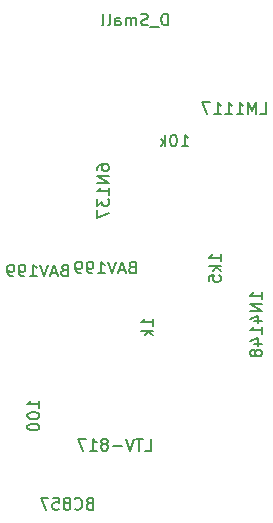
<source format=gbr>
G04 #@! TF.FileFunction,Other,Fab,Bot*
%FSLAX46Y46*%
G04 Gerber Fmt 4.6, Leading zero omitted, Abs format (unit mm)*
G04 Created by KiCad (PCBNEW (2015-08-02 BZR 6038)-product) date 2015 November 19, Thursday 21:17:08*
%MOMM*%
G01*
G04 APERTURE LIST*
%ADD10C,0.100000*%
%ADD11C,0.150000*%
G04 APERTURE END LIST*
D10*
D11*
X189607142Y-121928571D02*
X189464285Y-121976190D01*
X189416666Y-122023810D01*
X189369047Y-122119048D01*
X189369047Y-122261905D01*
X189416666Y-122357143D01*
X189464285Y-122404762D01*
X189559523Y-122452381D01*
X189940476Y-122452381D01*
X189940476Y-121452381D01*
X189607142Y-121452381D01*
X189511904Y-121500000D01*
X189464285Y-121547619D01*
X189416666Y-121642857D01*
X189416666Y-121738095D01*
X189464285Y-121833333D01*
X189511904Y-121880952D01*
X189607142Y-121928571D01*
X189940476Y-121928571D01*
X188369047Y-122357143D02*
X188416666Y-122404762D01*
X188559523Y-122452381D01*
X188654761Y-122452381D01*
X188797619Y-122404762D01*
X188892857Y-122309524D01*
X188940476Y-122214286D01*
X188988095Y-122023810D01*
X188988095Y-121880952D01*
X188940476Y-121690476D01*
X188892857Y-121595238D01*
X188797619Y-121500000D01*
X188654761Y-121452381D01*
X188559523Y-121452381D01*
X188416666Y-121500000D01*
X188369047Y-121547619D01*
X187797619Y-121880952D02*
X187892857Y-121833333D01*
X187940476Y-121785714D01*
X187988095Y-121690476D01*
X187988095Y-121642857D01*
X187940476Y-121547619D01*
X187892857Y-121500000D01*
X187797619Y-121452381D01*
X187607142Y-121452381D01*
X187511904Y-121500000D01*
X187464285Y-121547619D01*
X187416666Y-121642857D01*
X187416666Y-121690476D01*
X187464285Y-121785714D01*
X187511904Y-121833333D01*
X187607142Y-121880952D01*
X187797619Y-121880952D01*
X187892857Y-121928571D01*
X187940476Y-121976190D01*
X187988095Y-122071429D01*
X187988095Y-122261905D01*
X187940476Y-122357143D01*
X187892857Y-122404762D01*
X187797619Y-122452381D01*
X187607142Y-122452381D01*
X187511904Y-122404762D01*
X187464285Y-122357143D01*
X187416666Y-122261905D01*
X187416666Y-122071429D01*
X187464285Y-121976190D01*
X187511904Y-121928571D01*
X187607142Y-121880952D01*
X186511904Y-121452381D02*
X186988095Y-121452381D01*
X187035714Y-121928571D01*
X186988095Y-121880952D01*
X186892857Y-121833333D01*
X186654761Y-121833333D01*
X186559523Y-121880952D01*
X186511904Y-121928571D01*
X186464285Y-122023810D01*
X186464285Y-122261905D01*
X186511904Y-122357143D01*
X186559523Y-122404762D01*
X186654761Y-122452381D01*
X186892857Y-122452381D01*
X186988095Y-122404762D01*
X187035714Y-122357143D01*
X186130952Y-121452381D02*
X185464285Y-121452381D01*
X185892857Y-122452381D01*
X185352381Y-113833334D02*
X185352381Y-113261905D01*
X185352381Y-113547619D02*
X184352381Y-113547619D01*
X184495238Y-113452381D01*
X184590476Y-113357143D01*
X184638095Y-113261905D01*
X184352381Y-114452381D02*
X184352381Y-114547620D01*
X184400000Y-114642858D01*
X184447619Y-114690477D01*
X184542857Y-114738096D01*
X184733333Y-114785715D01*
X184971429Y-114785715D01*
X185161905Y-114738096D01*
X185257143Y-114690477D01*
X185304762Y-114642858D01*
X185352381Y-114547620D01*
X185352381Y-114452381D01*
X185304762Y-114357143D01*
X185257143Y-114309524D01*
X185161905Y-114261905D01*
X184971429Y-114214286D01*
X184733333Y-114214286D01*
X184542857Y-114261905D01*
X184447619Y-114309524D01*
X184400000Y-114357143D01*
X184352381Y-114452381D01*
X184352381Y-115404762D02*
X184352381Y-115500001D01*
X184400000Y-115595239D01*
X184447619Y-115642858D01*
X184542857Y-115690477D01*
X184733333Y-115738096D01*
X184971429Y-115738096D01*
X185161905Y-115690477D01*
X185257143Y-115642858D01*
X185304762Y-115595239D01*
X185352381Y-115500001D01*
X185352381Y-115404762D01*
X185304762Y-115309524D01*
X185257143Y-115261905D01*
X185161905Y-115214286D01*
X184971429Y-115166667D01*
X184733333Y-115166667D01*
X184542857Y-115214286D01*
X184447619Y-115261905D01*
X184400000Y-115309524D01*
X184352381Y-115404762D01*
X200702381Y-101404762D02*
X200702381Y-100833333D01*
X200702381Y-101119047D02*
X199702381Y-101119047D01*
X199845238Y-101023809D01*
X199940476Y-100928571D01*
X199988095Y-100833333D01*
X200702381Y-101833333D02*
X199702381Y-101833333D01*
X200321429Y-101928571D02*
X200702381Y-102214286D01*
X200035714Y-102214286D02*
X200416667Y-101833333D01*
X199702381Y-103119048D02*
X199702381Y-102642857D01*
X200178571Y-102595238D01*
X200130952Y-102642857D01*
X200083333Y-102738095D01*
X200083333Y-102976191D01*
X200130952Y-103071429D01*
X200178571Y-103119048D01*
X200273810Y-103166667D01*
X200511905Y-103166667D01*
X200607143Y-103119048D01*
X200654762Y-103071429D01*
X200702381Y-102976191D01*
X200702381Y-102738095D01*
X200654762Y-102642857D01*
X200607143Y-102595238D01*
X194952381Y-106880953D02*
X194952381Y-106309524D01*
X194952381Y-106595238D02*
X193952381Y-106595238D01*
X194095238Y-106500000D01*
X194190476Y-106404762D01*
X194238095Y-106309524D01*
X194952381Y-107309524D02*
X193952381Y-107309524D01*
X194571429Y-107404762D02*
X194952381Y-107690477D01*
X194285714Y-107690477D02*
X194666667Y-107309524D01*
X197395238Y-91702381D02*
X197966667Y-91702381D01*
X197680953Y-91702381D02*
X197680953Y-90702381D01*
X197776191Y-90845238D01*
X197871429Y-90940476D01*
X197966667Y-90988095D01*
X196776191Y-90702381D02*
X196680952Y-90702381D01*
X196585714Y-90750000D01*
X196538095Y-90797619D01*
X196490476Y-90892857D01*
X196442857Y-91083333D01*
X196442857Y-91321429D01*
X196490476Y-91511905D01*
X196538095Y-91607143D01*
X196585714Y-91654762D01*
X196680952Y-91702381D01*
X196776191Y-91702381D01*
X196871429Y-91654762D01*
X196919048Y-91607143D01*
X196966667Y-91511905D01*
X197014286Y-91321429D01*
X197014286Y-91083333D01*
X196966667Y-90892857D01*
X196919048Y-90797619D01*
X196871429Y-90750000D01*
X196776191Y-90702381D01*
X196014286Y-91702381D02*
X196014286Y-90702381D01*
X195919048Y-91321429D02*
X195633333Y-91702381D01*
X195633333Y-91035714D02*
X196014286Y-91416667D01*
X190252381Y-93688096D02*
X190252381Y-93497619D01*
X190300000Y-93402381D01*
X190347619Y-93354762D01*
X190490476Y-93259524D01*
X190680952Y-93211905D01*
X191061905Y-93211905D01*
X191157143Y-93259524D01*
X191204762Y-93307143D01*
X191252381Y-93402381D01*
X191252381Y-93592858D01*
X191204762Y-93688096D01*
X191157143Y-93735715D01*
X191061905Y-93783334D01*
X190823810Y-93783334D01*
X190728571Y-93735715D01*
X190680952Y-93688096D01*
X190633333Y-93592858D01*
X190633333Y-93402381D01*
X190680952Y-93307143D01*
X190728571Y-93259524D01*
X190823810Y-93211905D01*
X191252381Y-94211905D02*
X190252381Y-94211905D01*
X191252381Y-94783334D01*
X190252381Y-94783334D01*
X191252381Y-95783334D02*
X191252381Y-95211905D01*
X191252381Y-95497619D02*
X190252381Y-95497619D01*
X190395238Y-95402381D01*
X190490476Y-95307143D01*
X190538095Y-95211905D01*
X190252381Y-96116667D02*
X190252381Y-96735715D01*
X190633333Y-96402381D01*
X190633333Y-96545239D01*
X190680952Y-96640477D01*
X190728571Y-96688096D01*
X190823810Y-96735715D01*
X191061905Y-96735715D01*
X191157143Y-96688096D01*
X191204762Y-96640477D01*
X191252381Y-96545239D01*
X191252381Y-96259524D01*
X191204762Y-96164286D01*
X191157143Y-96116667D01*
X190252381Y-97069048D02*
X190252381Y-97735715D01*
X191252381Y-97307143D01*
X187464285Y-102178571D02*
X187321428Y-102226190D01*
X187273809Y-102273810D01*
X187226190Y-102369048D01*
X187226190Y-102511905D01*
X187273809Y-102607143D01*
X187321428Y-102654762D01*
X187416666Y-102702381D01*
X187797619Y-102702381D01*
X187797619Y-101702381D01*
X187464285Y-101702381D01*
X187369047Y-101750000D01*
X187321428Y-101797619D01*
X187273809Y-101892857D01*
X187273809Y-101988095D01*
X187321428Y-102083333D01*
X187369047Y-102130952D01*
X187464285Y-102178571D01*
X187797619Y-102178571D01*
X186845238Y-102416667D02*
X186369047Y-102416667D01*
X186940476Y-102702381D02*
X186607143Y-101702381D01*
X186273809Y-102702381D01*
X186083333Y-101702381D02*
X185750000Y-102702381D01*
X185416666Y-101702381D01*
X184559523Y-102702381D02*
X185130952Y-102702381D01*
X184845238Y-102702381D02*
X184845238Y-101702381D01*
X184940476Y-101845238D01*
X185035714Y-101940476D01*
X185130952Y-101988095D01*
X184083333Y-102702381D02*
X183892857Y-102702381D01*
X183797618Y-102654762D01*
X183749999Y-102607143D01*
X183654761Y-102464286D01*
X183607142Y-102273810D01*
X183607142Y-101892857D01*
X183654761Y-101797619D01*
X183702380Y-101750000D01*
X183797618Y-101702381D01*
X183988095Y-101702381D01*
X184083333Y-101750000D01*
X184130952Y-101797619D01*
X184178571Y-101892857D01*
X184178571Y-102130952D01*
X184130952Y-102226190D01*
X184083333Y-102273810D01*
X183988095Y-102321429D01*
X183797618Y-102321429D01*
X183702380Y-102273810D01*
X183654761Y-102226190D01*
X183607142Y-102130952D01*
X183130952Y-102702381D02*
X182940476Y-102702381D01*
X182845237Y-102654762D01*
X182797618Y-102607143D01*
X182702380Y-102464286D01*
X182654761Y-102273810D01*
X182654761Y-101892857D01*
X182702380Y-101797619D01*
X182749999Y-101750000D01*
X182845237Y-101702381D01*
X183035714Y-101702381D01*
X183130952Y-101750000D01*
X183178571Y-101797619D01*
X183226190Y-101892857D01*
X183226190Y-102130952D01*
X183178571Y-102226190D01*
X183130952Y-102273810D01*
X183035714Y-102321429D01*
X182845237Y-102321429D01*
X182749999Y-102273810D01*
X182702380Y-102226190D01*
X182654761Y-102130952D01*
X193214285Y-101928571D02*
X193071428Y-101976190D01*
X193023809Y-102023810D01*
X192976190Y-102119048D01*
X192976190Y-102261905D01*
X193023809Y-102357143D01*
X193071428Y-102404762D01*
X193166666Y-102452381D01*
X193547619Y-102452381D01*
X193547619Y-101452381D01*
X193214285Y-101452381D01*
X193119047Y-101500000D01*
X193071428Y-101547619D01*
X193023809Y-101642857D01*
X193023809Y-101738095D01*
X193071428Y-101833333D01*
X193119047Y-101880952D01*
X193214285Y-101928571D01*
X193547619Y-101928571D01*
X192595238Y-102166667D02*
X192119047Y-102166667D01*
X192690476Y-102452381D02*
X192357143Y-101452381D01*
X192023809Y-102452381D01*
X191833333Y-101452381D02*
X191500000Y-102452381D01*
X191166666Y-101452381D01*
X190309523Y-102452381D02*
X190880952Y-102452381D01*
X190595238Y-102452381D02*
X190595238Y-101452381D01*
X190690476Y-101595238D01*
X190785714Y-101690476D01*
X190880952Y-101738095D01*
X189833333Y-102452381D02*
X189642857Y-102452381D01*
X189547618Y-102404762D01*
X189499999Y-102357143D01*
X189404761Y-102214286D01*
X189357142Y-102023810D01*
X189357142Y-101642857D01*
X189404761Y-101547619D01*
X189452380Y-101500000D01*
X189547618Y-101452381D01*
X189738095Y-101452381D01*
X189833333Y-101500000D01*
X189880952Y-101547619D01*
X189928571Y-101642857D01*
X189928571Y-101880952D01*
X189880952Y-101976190D01*
X189833333Y-102023810D01*
X189738095Y-102071429D01*
X189547618Y-102071429D01*
X189452380Y-102023810D01*
X189404761Y-101976190D01*
X189357142Y-101880952D01*
X188880952Y-102452381D02*
X188690476Y-102452381D01*
X188595237Y-102404762D01*
X188547618Y-102357143D01*
X188452380Y-102214286D01*
X188404761Y-102023810D01*
X188404761Y-101642857D01*
X188452380Y-101547619D01*
X188499999Y-101500000D01*
X188595237Y-101452381D01*
X188785714Y-101452381D01*
X188880952Y-101500000D01*
X188928571Y-101547619D01*
X188976190Y-101642857D01*
X188976190Y-101880952D01*
X188928571Y-101976190D01*
X188880952Y-102023810D01*
X188785714Y-102071429D01*
X188595237Y-102071429D01*
X188499999Y-102023810D01*
X188452380Y-101976190D01*
X188404761Y-101880952D01*
X196261905Y-81452381D02*
X196261905Y-80452381D01*
X196023810Y-80452381D01*
X195880952Y-80500000D01*
X195785714Y-80595238D01*
X195738095Y-80690476D01*
X195690476Y-80880952D01*
X195690476Y-81023810D01*
X195738095Y-81214286D01*
X195785714Y-81309524D01*
X195880952Y-81404762D01*
X196023810Y-81452381D01*
X196261905Y-81452381D01*
X195500000Y-81547619D02*
X194738095Y-81547619D01*
X194547619Y-81404762D02*
X194404762Y-81452381D01*
X194166666Y-81452381D01*
X194071428Y-81404762D01*
X194023809Y-81357143D01*
X193976190Y-81261905D01*
X193976190Y-81166667D01*
X194023809Y-81071429D01*
X194071428Y-81023810D01*
X194166666Y-80976190D01*
X194357143Y-80928571D01*
X194452381Y-80880952D01*
X194500000Y-80833333D01*
X194547619Y-80738095D01*
X194547619Y-80642857D01*
X194500000Y-80547619D01*
X194452381Y-80500000D01*
X194357143Y-80452381D01*
X194119047Y-80452381D01*
X193976190Y-80500000D01*
X193547619Y-81452381D02*
X193547619Y-80785714D01*
X193547619Y-80880952D02*
X193500000Y-80833333D01*
X193404762Y-80785714D01*
X193261904Y-80785714D01*
X193166666Y-80833333D01*
X193119047Y-80928571D01*
X193119047Y-81452381D01*
X193119047Y-80928571D02*
X193071428Y-80833333D01*
X192976190Y-80785714D01*
X192833333Y-80785714D01*
X192738095Y-80833333D01*
X192690476Y-80928571D01*
X192690476Y-81452381D01*
X191785714Y-81452381D02*
X191785714Y-80928571D01*
X191833333Y-80833333D01*
X191928571Y-80785714D01*
X192119048Y-80785714D01*
X192214286Y-80833333D01*
X191785714Y-81404762D02*
X191880952Y-81452381D01*
X192119048Y-81452381D01*
X192214286Y-81404762D01*
X192261905Y-81309524D01*
X192261905Y-81214286D01*
X192214286Y-81119048D01*
X192119048Y-81071429D01*
X191880952Y-81071429D01*
X191785714Y-81023810D01*
X191166667Y-81452381D02*
X191261905Y-81404762D01*
X191309524Y-81309524D01*
X191309524Y-80452381D01*
X190642857Y-81452381D02*
X190738095Y-81404762D01*
X190785714Y-81309524D01*
X190785714Y-80452381D01*
X204202381Y-104607143D02*
X204202381Y-104035714D01*
X204202381Y-104321428D02*
X203202381Y-104321428D01*
X203345238Y-104226190D01*
X203440476Y-104130952D01*
X203488095Y-104035714D01*
X204202381Y-105035714D02*
X203202381Y-105035714D01*
X204202381Y-105607143D01*
X203202381Y-105607143D01*
X203535714Y-106511905D02*
X204202381Y-106511905D01*
X203154762Y-106273809D02*
X203869048Y-106035714D01*
X203869048Y-106654762D01*
X204202381Y-107559524D02*
X204202381Y-106988095D01*
X204202381Y-107273809D02*
X203202381Y-107273809D01*
X203345238Y-107178571D01*
X203440476Y-107083333D01*
X203488095Y-106988095D01*
X203535714Y-108416667D02*
X204202381Y-108416667D01*
X203154762Y-108178571D02*
X203869048Y-107940476D01*
X203869048Y-108559524D01*
X203630952Y-109083333D02*
X203583333Y-108988095D01*
X203535714Y-108940476D01*
X203440476Y-108892857D01*
X203392857Y-108892857D01*
X203297619Y-108940476D01*
X203250000Y-108988095D01*
X203202381Y-109083333D01*
X203202381Y-109273810D01*
X203250000Y-109369048D01*
X203297619Y-109416667D01*
X203392857Y-109464286D01*
X203440476Y-109464286D01*
X203535714Y-109416667D01*
X203583333Y-109369048D01*
X203630952Y-109273810D01*
X203630952Y-109083333D01*
X203678571Y-108988095D01*
X203726190Y-108940476D01*
X203821429Y-108892857D01*
X204011905Y-108892857D01*
X204107143Y-108940476D01*
X204154762Y-108988095D01*
X204202381Y-109083333D01*
X204202381Y-109273810D01*
X204154762Y-109369048D01*
X204107143Y-109416667D01*
X204011905Y-109464286D01*
X203821429Y-109464286D01*
X203726190Y-109416667D01*
X203678571Y-109369048D01*
X203630952Y-109273810D01*
X194297619Y-117452381D02*
X194773810Y-117452381D01*
X194773810Y-116452381D01*
X194107143Y-116452381D02*
X193535714Y-116452381D01*
X193821429Y-117452381D02*
X193821429Y-116452381D01*
X193345238Y-116452381D02*
X193011905Y-117452381D01*
X192678571Y-116452381D01*
X192345238Y-117071429D02*
X191583333Y-117071429D01*
X190964286Y-116880952D02*
X191059524Y-116833333D01*
X191107143Y-116785714D01*
X191154762Y-116690476D01*
X191154762Y-116642857D01*
X191107143Y-116547619D01*
X191059524Y-116500000D01*
X190964286Y-116452381D01*
X190773809Y-116452381D01*
X190678571Y-116500000D01*
X190630952Y-116547619D01*
X190583333Y-116642857D01*
X190583333Y-116690476D01*
X190630952Y-116785714D01*
X190678571Y-116833333D01*
X190773809Y-116880952D01*
X190964286Y-116880952D01*
X191059524Y-116928571D01*
X191107143Y-116976190D01*
X191154762Y-117071429D01*
X191154762Y-117261905D01*
X191107143Y-117357143D01*
X191059524Y-117404762D01*
X190964286Y-117452381D01*
X190773809Y-117452381D01*
X190678571Y-117404762D01*
X190630952Y-117357143D01*
X190583333Y-117261905D01*
X190583333Y-117071429D01*
X190630952Y-116976190D01*
X190678571Y-116928571D01*
X190773809Y-116880952D01*
X189630952Y-117452381D02*
X190202381Y-117452381D01*
X189916667Y-117452381D02*
X189916667Y-116452381D01*
X190011905Y-116595238D01*
X190107143Y-116690476D01*
X190202381Y-116738095D01*
X189297619Y-116452381D02*
X188630952Y-116452381D01*
X189059524Y-117452381D01*
X204066666Y-88952381D02*
X204542857Y-88952381D01*
X204542857Y-87952381D01*
X203733333Y-88952381D02*
X203733333Y-87952381D01*
X203399999Y-88666667D01*
X203066666Y-87952381D01*
X203066666Y-88952381D01*
X202066666Y-88952381D02*
X202638095Y-88952381D01*
X202352381Y-88952381D02*
X202352381Y-87952381D01*
X202447619Y-88095238D01*
X202542857Y-88190476D01*
X202638095Y-88238095D01*
X201114285Y-88952381D02*
X201685714Y-88952381D01*
X201400000Y-88952381D02*
X201400000Y-87952381D01*
X201495238Y-88095238D01*
X201590476Y-88190476D01*
X201685714Y-88238095D01*
X200161904Y-88952381D02*
X200733333Y-88952381D01*
X200447619Y-88952381D02*
X200447619Y-87952381D01*
X200542857Y-88095238D01*
X200638095Y-88190476D01*
X200733333Y-88238095D01*
X199828571Y-87952381D02*
X199161904Y-87952381D01*
X199590476Y-88952381D01*
M02*

</source>
